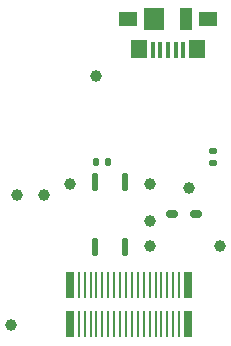
<source format=gbr>
%TF.GenerationSoftware,KiCad,Pcbnew,8.0.4*%
%TF.CreationDate,2024-09-10T15:11:46+03:00*%
%TF.ProjectId,micro17,6d696372-6f31-4372-9e6b-696361645f70,rev?*%
%TF.SameCoordinates,Original*%
%TF.FileFunction,Soldermask,Bot*%
%TF.FilePolarity,Negative*%
%FSLAX46Y46*%
G04 Gerber Fmt 4.6, Leading zero omitted, Abs format (unit mm)*
G04 Created by KiCad (PCBNEW 8.0.4) date 2024-09-10 15:11:46*
%MOMM*%
%LPD*%
G01*
G04 APERTURE LIST*
G04 Aperture macros list*
%AMRoundRect*
0 Rectangle with rounded corners*
0 $1 Rounding radius*
0 $2 $3 $4 $5 $6 $7 $8 $9 X,Y pos of 4 corners*
0 Add a 4 corners polygon primitive as box body*
4,1,4,$2,$3,$4,$5,$6,$7,$8,$9,$2,$3,0*
0 Add four circle primitives for the rounded corners*
1,1,$1+$1,$2,$3*
1,1,$1+$1,$4,$5*
1,1,$1+$1,$6,$7*
1,1,$1+$1,$8,$9*
0 Add four rect primitives between the rounded corners*
20,1,$1+$1,$2,$3,$4,$5,0*
20,1,$1+$1,$4,$5,$6,$7,0*
20,1,$1+$1,$6,$7,$8,$9,0*
20,1,$1+$1,$8,$9,$2,$3,0*%
G04 Aperture macros list end*
%ADD10RoundRect,0.150000X-0.350000X-0.150000X0.350000X-0.150000X0.350000X0.150000X-0.350000X0.150000X0*%
%ADD11C,1.000000*%
%ADD12RoundRect,0.137500X-0.137500X0.587500X-0.137500X-0.587500X0.137500X-0.587500X0.137500X0.587500X0*%
%ADD13R,0.450000X1.380000*%
%ADD14R,1.650000X1.300000*%
%ADD15R,1.425000X1.550000*%
%ADD16R,1.800000X1.900000*%
%ADD17R,1.000000X1.900000*%
%ADD18R,0.750000X2.300000*%
%ADD19R,0.250000X2.300000*%
%ADD20RoundRect,0.135000X0.135000X0.185000X-0.135000X0.185000X-0.135000X-0.185000X0.135000X-0.185000X0*%
%ADD21RoundRect,0.135000X0.185000X-0.135000X0.185000X0.135000X-0.185000X0.135000X-0.185000X-0.135000X0*%
G04 APERTURE END LIST*
D10*
%TO.C,D1*%
X194820000Y-67800000D03*
X196920000Y-67800000D03*
%TD*%
D11*
%TO.C,TP10*%
X181750000Y-66250000D03*
%TD*%
%TO.C,TP4*%
X193000000Y-70500000D03*
%TD*%
%TO.C,TP13*%
X196300000Y-65600000D03*
%TD*%
%TO.C,TP6*%
X193000000Y-65250000D03*
%TD*%
D12*
%TO.C,U3*%
X188330000Y-65150000D03*
X190870000Y-65150000D03*
X190870000Y-70650000D03*
X188330000Y-70650000D03*
%TD*%
D11*
%TO.C,TP11*%
X188400000Y-56100000D03*
%TD*%
D13*
%TO.C,J4*%
X193200000Y-53960000D03*
X193850000Y-53960000D03*
X194500000Y-53960000D03*
X195150000Y-53960000D03*
X195800000Y-53960000D03*
D14*
X191125000Y-51300000D03*
D15*
X192012500Y-53875000D03*
D16*
X193350000Y-51300000D03*
D17*
X196050000Y-51300000D03*
D15*
X196987500Y-53875000D03*
D14*
X197875000Y-51300000D03*
%TD*%
D11*
%TO.C,TP5*%
X184000000Y-66250000D03*
%TD*%
%TO.C,TP8*%
X198900000Y-70500000D03*
%TD*%
%TO.C,TP9*%
X181250000Y-77250000D03*
%TD*%
%TO.C,TP7*%
X186250000Y-65250000D03*
%TD*%
%TO.C,TP3*%
X193000000Y-68450000D03*
%TD*%
D18*
%TO.C,J2*%
X186200000Y-73850000D03*
X186200000Y-77150000D03*
D19*
X186950000Y-73850000D03*
X186950000Y-77150000D03*
X187450000Y-73850000D03*
X187450000Y-77150000D03*
X187950000Y-73850000D03*
X187950000Y-77150000D03*
X188450000Y-73850000D03*
X188450000Y-77150000D03*
X188950000Y-73850000D03*
X188950000Y-77150000D03*
X189450000Y-73850000D03*
X189450000Y-77150000D03*
X189950000Y-73850000D03*
X189950000Y-77150000D03*
X190450000Y-73850000D03*
X190450000Y-77150000D03*
X190950000Y-73850000D03*
X190950000Y-77150000D03*
X191450000Y-73850000D03*
X191450000Y-77150000D03*
X191950000Y-73850000D03*
X191950000Y-77150000D03*
X192450000Y-73850000D03*
X192450000Y-77150000D03*
X192950000Y-73850000D03*
X192950000Y-77150000D03*
X193450000Y-73850000D03*
X193450000Y-77150000D03*
X193950000Y-73850000D03*
X193950000Y-77150000D03*
X194450000Y-73850000D03*
X194450000Y-77150000D03*
X194950000Y-73850000D03*
X194950000Y-77150000D03*
X195450000Y-73850000D03*
X195450000Y-77150000D03*
D18*
X196200000Y-73850000D03*
X196200000Y-77150000D03*
%TD*%
D20*
%TO.C,R25*%
X189410000Y-63400000D03*
X188390000Y-63400000D03*
%TD*%
D21*
%TO.C,R30*%
X198300000Y-63510000D03*
X198300000Y-62490000D03*
%TD*%
M02*

</source>
